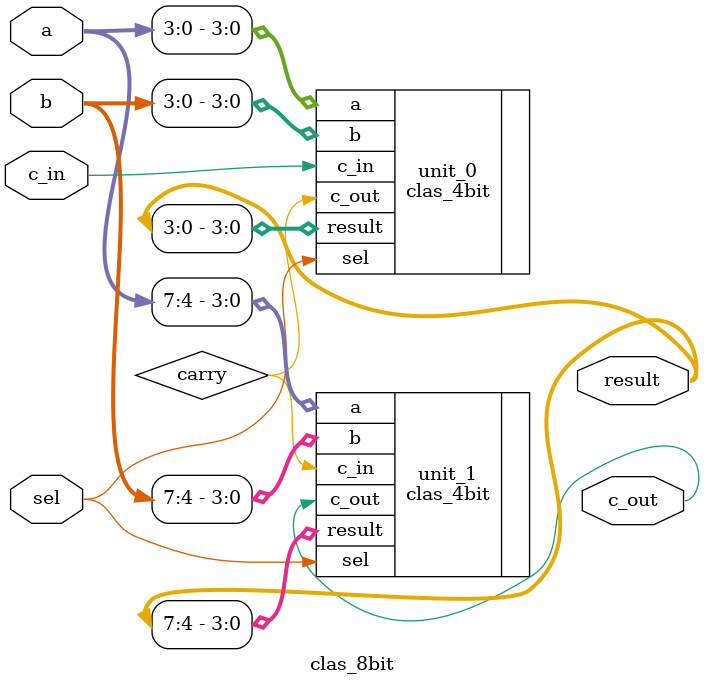
<source format=v>
module clas_8bit(sel, a, b, result, c_in, c_out);
    input sel;
    input c_in;
    input [7:0] a,b;
    output [7:0] result;
    output c_out;

    wire carry;

    clas_4bit unit_0(
        .a(a[3:0]),
        .b(b[3:0]),
        .sel(sel),
        .result(result[3:0]),
        .c_in(c_in),
        .c_out(carry)
    );

    clas_4bit unit_1(
        .a(a[7:4]),
        .b(b[7:4]),
        .sel(sel),
        .result(result[7:4]),
        .c_in(carry),
        .c_out(c_out)
    );
endmodule
</source>
